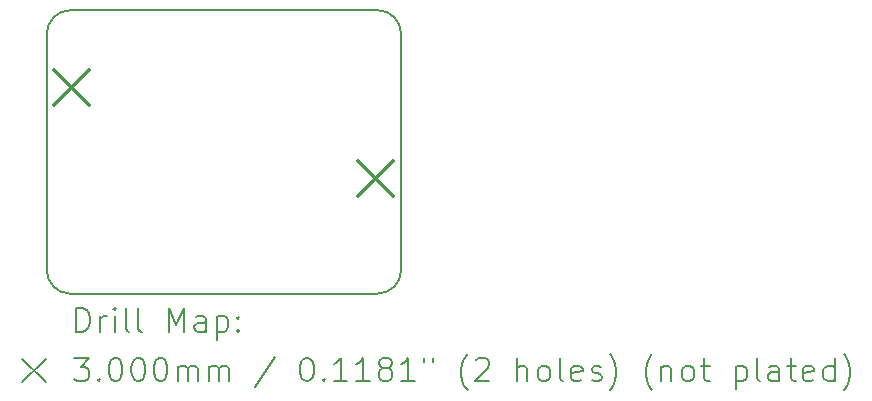
<source format=gbr>
%TF.GenerationSoftware,KiCad,Pcbnew,8.0.5*%
%TF.CreationDate,2025-07-23T12:06:55+02:00*%
%TF.ProjectId,LED_FADER,4c45445f-4641-4444-9552-2e6b69636164,rev?*%
%TF.SameCoordinates,Original*%
%TF.FileFunction,Drillmap*%
%TF.FilePolarity,Positive*%
%FSLAX45Y45*%
G04 Gerber Fmt 4.5, Leading zero omitted, Abs format (unit mm)*
G04 Created by KiCad (PCBNEW 8.0.5) date 2025-07-23 12:06:55*
%MOMM*%
%LPD*%
G01*
G04 APERTURE LIST*
%ADD10C,0.200000*%
%ADD11C,0.300000*%
G04 APERTURE END LIST*
D10*
X12470000Y-11761000D02*
G75*
G02*
X12270000Y-11561000I0J200000D01*
G01*
X15070000Y-11761000D02*
X12470000Y-11761000D01*
X15270000Y-11561000D02*
G75*
G02*
X15070000Y-11761000I-200000J0D01*
G01*
X12270000Y-11561000D02*
X12270000Y-9561000D01*
X12470000Y-9361000D02*
X15070000Y-9361000D01*
X12270000Y-9561000D02*
G75*
G02*
X12470000Y-9361000I200000J0D01*
G01*
X15070000Y-9361000D02*
G75*
G02*
X15270000Y-9561000I0J-200000D01*
G01*
X15270000Y-9561000D02*
X15270000Y-11561000D01*
D11*
X12330000Y-9867000D02*
X12630000Y-10167000D01*
X12630000Y-9867000D02*
X12330000Y-10167000D01*
X14905000Y-10634000D02*
X15205000Y-10934000D01*
X15205000Y-10634000D02*
X14905000Y-10934000D01*
D10*
X12520777Y-12082484D02*
X12520777Y-11882484D01*
X12520777Y-11882484D02*
X12568396Y-11882484D01*
X12568396Y-11882484D02*
X12596967Y-11892008D01*
X12596967Y-11892008D02*
X12616015Y-11911055D01*
X12616015Y-11911055D02*
X12625539Y-11930103D01*
X12625539Y-11930103D02*
X12635062Y-11968198D01*
X12635062Y-11968198D02*
X12635062Y-11996769D01*
X12635062Y-11996769D02*
X12625539Y-12034865D01*
X12625539Y-12034865D02*
X12616015Y-12053912D01*
X12616015Y-12053912D02*
X12596967Y-12072960D01*
X12596967Y-12072960D02*
X12568396Y-12082484D01*
X12568396Y-12082484D02*
X12520777Y-12082484D01*
X12720777Y-12082484D02*
X12720777Y-11949150D01*
X12720777Y-11987246D02*
X12730301Y-11968198D01*
X12730301Y-11968198D02*
X12739824Y-11958674D01*
X12739824Y-11958674D02*
X12758872Y-11949150D01*
X12758872Y-11949150D02*
X12777920Y-11949150D01*
X12844586Y-12082484D02*
X12844586Y-11949150D01*
X12844586Y-11882484D02*
X12835062Y-11892008D01*
X12835062Y-11892008D02*
X12844586Y-11901531D01*
X12844586Y-11901531D02*
X12854110Y-11892008D01*
X12854110Y-11892008D02*
X12844586Y-11882484D01*
X12844586Y-11882484D02*
X12844586Y-11901531D01*
X12968396Y-12082484D02*
X12949348Y-12072960D01*
X12949348Y-12072960D02*
X12939824Y-12053912D01*
X12939824Y-12053912D02*
X12939824Y-11882484D01*
X13073158Y-12082484D02*
X13054110Y-12072960D01*
X13054110Y-12072960D02*
X13044586Y-12053912D01*
X13044586Y-12053912D02*
X13044586Y-11882484D01*
X13301729Y-12082484D02*
X13301729Y-11882484D01*
X13301729Y-11882484D02*
X13368396Y-12025341D01*
X13368396Y-12025341D02*
X13435062Y-11882484D01*
X13435062Y-11882484D02*
X13435062Y-12082484D01*
X13616015Y-12082484D02*
X13616015Y-11977722D01*
X13616015Y-11977722D02*
X13606491Y-11958674D01*
X13606491Y-11958674D02*
X13587443Y-11949150D01*
X13587443Y-11949150D02*
X13549348Y-11949150D01*
X13549348Y-11949150D02*
X13530301Y-11958674D01*
X13616015Y-12072960D02*
X13596967Y-12082484D01*
X13596967Y-12082484D02*
X13549348Y-12082484D01*
X13549348Y-12082484D02*
X13530301Y-12072960D01*
X13530301Y-12072960D02*
X13520777Y-12053912D01*
X13520777Y-12053912D02*
X13520777Y-12034865D01*
X13520777Y-12034865D02*
X13530301Y-12015817D01*
X13530301Y-12015817D02*
X13549348Y-12006293D01*
X13549348Y-12006293D02*
X13596967Y-12006293D01*
X13596967Y-12006293D02*
X13616015Y-11996769D01*
X13711253Y-11949150D02*
X13711253Y-12149150D01*
X13711253Y-11958674D02*
X13730301Y-11949150D01*
X13730301Y-11949150D02*
X13768396Y-11949150D01*
X13768396Y-11949150D02*
X13787443Y-11958674D01*
X13787443Y-11958674D02*
X13796967Y-11968198D01*
X13796967Y-11968198D02*
X13806491Y-11987246D01*
X13806491Y-11987246D02*
X13806491Y-12044388D01*
X13806491Y-12044388D02*
X13796967Y-12063436D01*
X13796967Y-12063436D02*
X13787443Y-12072960D01*
X13787443Y-12072960D02*
X13768396Y-12082484D01*
X13768396Y-12082484D02*
X13730301Y-12082484D01*
X13730301Y-12082484D02*
X13711253Y-12072960D01*
X13892205Y-12063436D02*
X13901729Y-12072960D01*
X13901729Y-12072960D02*
X13892205Y-12082484D01*
X13892205Y-12082484D02*
X13882682Y-12072960D01*
X13882682Y-12072960D02*
X13892205Y-12063436D01*
X13892205Y-12063436D02*
X13892205Y-12082484D01*
X13892205Y-11958674D02*
X13901729Y-11968198D01*
X13901729Y-11968198D02*
X13892205Y-11977722D01*
X13892205Y-11977722D02*
X13882682Y-11968198D01*
X13882682Y-11968198D02*
X13892205Y-11958674D01*
X13892205Y-11958674D02*
X13892205Y-11977722D01*
X12060000Y-12311000D02*
X12260000Y-12511000D01*
X12260000Y-12311000D02*
X12060000Y-12511000D01*
X12501729Y-12302484D02*
X12625539Y-12302484D01*
X12625539Y-12302484D02*
X12558872Y-12378674D01*
X12558872Y-12378674D02*
X12587443Y-12378674D01*
X12587443Y-12378674D02*
X12606491Y-12388198D01*
X12606491Y-12388198D02*
X12616015Y-12397722D01*
X12616015Y-12397722D02*
X12625539Y-12416769D01*
X12625539Y-12416769D02*
X12625539Y-12464388D01*
X12625539Y-12464388D02*
X12616015Y-12483436D01*
X12616015Y-12483436D02*
X12606491Y-12492960D01*
X12606491Y-12492960D02*
X12587443Y-12502484D01*
X12587443Y-12502484D02*
X12530301Y-12502484D01*
X12530301Y-12502484D02*
X12511253Y-12492960D01*
X12511253Y-12492960D02*
X12501729Y-12483436D01*
X12711253Y-12483436D02*
X12720777Y-12492960D01*
X12720777Y-12492960D02*
X12711253Y-12502484D01*
X12711253Y-12502484D02*
X12701729Y-12492960D01*
X12701729Y-12492960D02*
X12711253Y-12483436D01*
X12711253Y-12483436D02*
X12711253Y-12502484D01*
X12844586Y-12302484D02*
X12863634Y-12302484D01*
X12863634Y-12302484D02*
X12882682Y-12312008D01*
X12882682Y-12312008D02*
X12892205Y-12321531D01*
X12892205Y-12321531D02*
X12901729Y-12340579D01*
X12901729Y-12340579D02*
X12911253Y-12378674D01*
X12911253Y-12378674D02*
X12911253Y-12426293D01*
X12911253Y-12426293D02*
X12901729Y-12464388D01*
X12901729Y-12464388D02*
X12892205Y-12483436D01*
X12892205Y-12483436D02*
X12882682Y-12492960D01*
X12882682Y-12492960D02*
X12863634Y-12502484D01*
X12863634Y-12502484D02*
X12844586Y-12502484D01*
X12844586Y-12502484D02*
X12825539Y-12492960D01*
X12825539Y-12492960D02*
X12816015Y-12483436D01*
X12816015Y-12483436D02*
X12806491Y-12464388D01*
X12806491Y-12464388D02*
X12796967Y-12426293D01*
X12796967Y-12426293D02*
X12796967Y-12378674D01*
X12796967Y-12378674D02*
X12806491Y-12340579D01*
X12806491Y-12340579D02*
X12816015Y-12321531D01*
X12816015Y-12321531D02*
X12825539Y-12312008D01*
X12825539Y-12312008D02*
X12844586Y-12302484D01*
X13035062Y-12302484D02*
X13054110Y-12302484D01*
X13054110Y-12302484D02*
X13073158Y-12312008D01*
X13073158Y-12312008D02*
X13082682Y-12321531D01*
X13082682Y-12321531D02*
X13092205Y-12340579D01*
X13092205Y-12340579D02*
X13101729Y-12378674D01*
X13101729Y-12378674D02*
X13101729Y-12426293D01*
X13101729Y-12426293D02*
X13092205Y-12464388D01*
X13092205Y-12464388D02*
X13082682Y-12483436D01*
X13082682Y-12483436D02*
X13073158Y-12492960D01*
X13073158Y-12492960D02*
X13054110Y-12502484D01*
X13054110Y-12502484D02*
X13035062Y-12502484D01*
X13035062Y-12502484D02*
X13016015Y-12492960D01*
X13016015Y-12492960D02*
X13006491Y-12483436D01*
X13006491Y-12483436D02*
X12996967Y-12464388D01*
X12996967Y-12464388D02*
X12987443Y-12426293D01*
X12987443Y-12426293D02*
X12987443Y-12378674D01*
X12987443Y-12378674D02*
X12996967Y-12340579D01*
X12996967Y-12340579D02*
X13006491Y-12321531D01*
X13006491Y-12321531D02*
X13016015Y-12312008D01*
X13016015Y-12312008D02*
X13035062Y-12302484D01*
X13225539Y-12302484D02*
X13244586Y-12302484D01*
X13244586Y-12302484D02*
X13263634Y-12312008D01*
X13263634Y-12312008D02*
X13273158Y-12321531D01*
X13273158Y-12321531D02*
X13282682Y-12340579D01*
X13282682Y-12340579D02*
X13292205Y-12378674D01*
X13292205Y-12378674D02*
X13292205Y-12426293D01*
X13292205Y-12426293D02*
X13282682Y-12464388D01*
X13282682Y-12464388D02*
X13273158Y-12483436D01*
X13273158Y-12483436D02*
X13263634Y-12492960D01*
X13263634Y-12492960D02*
X13244586Y-12502484D01*
X13244586Y-12502484D02*
X13225539Y-12502484D01*
X13225539Y-12502484D02*
X13206491Y-12492960D01*
X13206491Y-12492960D02*
X13196967Y-12483436D01*
X13196967Y-12483436D02*
X13187443Y-12464388D01*
X13187443Y-12464388D02*
X13177920Y-12426293D01*
X13177920Y-12426293D02*
X13177920Y-12378674D01*
X13177920Y-12378674D02*
X13187443Y-12340579D01*
X13187443Y-12340579D02*
X13196967Y-12321531D01*
X13196967Y-12321531D02*
X13206491Y-12312008D01*
X13206491Y-12312008D02*
X13225539Y-12302484D01*
X13377920Y-12502484D02*
X13377920Y-12369150D01*
X13377920Y-12388198D02*
X13387443Y-12378674D01*
X13387443Y-12378674D02*
X13406491Y-12369150D01*
X13406491Y-12369150D02*
X13435063Y-12369150D01*
X13435063Y-12369150D02*
X13454110Y-12378674D01*
X13454110Y-12378674D02*
X13463634Y-12397722D01*
X13463634Y-12397722D02*
X13463634Y-12502484D01*
X13463634Y-12397722D02*
X13473158Y-12378674D01*
X13473158Y-12378674D02*
X13492205Y-12369150D01*
X13492205Y-12369150D02*
X13520777Y-12369150D01*
X13520777Y-12369150D02*
X13539824Y-12378674D01*
X13539824Y-12378674D02*
X13549348Y-12397722D01*
X13549348Y-12397722D02*
X13549348Y-12502484D01*
X13644586Y-12502484D02*
X13644586Y-12369150D01*
X13644586Y-12388198D02*
X13654110Y-12378674D01*
X13654110Y-12378674D02*
X13673158Y-12369150D01*
X13673158Y-12369150D02*
X13701729Y-12369150D01*
X13701729Y-12369150D02*
X13720777Y-12378674D01*
X13720777Y-12378674D02*
X13730301Y-12397722D01*
X13730301Y-12397722D02*
X13730301Y-12502484D01*
X13730301Y-12397722D02*
X13739824Y-12378674D01*
X13739824Y-12378674D02*
X13758872Y-12369150D01*
X13758872Y-12369150D02*
X13787443Y-12369150D01*
X13787443Y-12369150D02*
X13806491Y-12378674D01*
X13806491Y-12378674D02*
X13816015Y-12397722D01*
X13816015Y-12397722D02*
X13816015Y-12502484D01*
X14206491Y-12292960D02*
X14035063Y-12550103D01*
X14463634Y-12302484D02*
X14482682Y-12302484D01*
X14482682Y-12302484D02*
X14501729Y-12312008D01*
X14501729Y-12312008D02*
X14511253Y-12321531D01*
X14511253Y-12321531D02*
X14520777Y-12340579D01*
X14520777Y-12340579D02*
X14530301Y-12378674D01*
X14530301Y-12378674D02*
X14530301Y-12426293D01*
X14530301Y-12426293D02*
X14520777Y-12464388D01*
X14520777Y-12464388D02*
X14511253Y-12483436D01*
X14511253Y-12483436D02*
X14501729Y-12492960D01*
X14501729Y-12492960D02*
X14482682Y-12502484D01*
X14482682Y-12502484D02*
X14463634Y-12502484D01*
X14463634Y-12502484D02*
X14444586Y-12492960D01*
X14444586Y-12492960D02*
X14435063Y-12483436D01*
X14435063Y-12483436D02*
X14425539Y-12464388D01*
X14425539Y-12464388D02*
X14416015Y-12426293D01*
X14416015Y-12426293D02*
X14416015Y-12378674D01*
X14416015Y-12378674D02*
X14425539Y-12340579D01*
X14425539Y-12340579D02*
X14435063Y-12321531D01*
X14435063Y-12321531D02*
X14444586Y-12312008D01*
X14444586Y-12312008D02*
X14463634Y-12302484D01*
X14616015Y-12483436D02*
X14625539Y-12492960D01*
X14625539Y-12492960D02*
X14616015Y-12502484D01*
X14616015Y-12502484D02*
X14606491Y-12492960D01*
X14606491Y-12492960D02*
X14616015Y-12483436D01*
X14616015Y-12483436D02*
X14616015Y-12502484D01*
X14816015Y-12502484D02*
X14701729Y-12502484D01*
X14758872Y-12502484D02*
X14758872Y-12302484D01*
X14758872Y-12302484D02*
X14739825Y-12331055D01*
X14739825Y-12331055D02*
X14720777Y-12350103D01*
X14720777Y-12350103D02*
X14701729Y-12359627D01*
X15006491Y-12502484D02*
X14892206Y-12502484D01*
X14949348Y-12502484D02*
X14949348Y-12302484D01*
X14949348Y-12302484D02*
X14930301Y-12331055D01*
X14930301Y-12331055D02*
X14911253Y-12350103D01*
X14911253Y-12350103D02*
X14892206Y-12359627D01*
X15120777Y-12388198D02*
X15101729Y-12378674D01*
X15101729Y-12378674D02*
X15092206Y-12369150D01*
X15092206Y-12369150D02*
X15082682Y-12350103D01*
X15082682Y-12350103D02*
X15082682Y-12340579D01*
X15082682Y-12340579D02*
X15092206Y-12321531D01*
X15092206Y-12321531D02*
X15101729Y-12312008D01*
X15101729Y-12312008D02*
X15120777Y-12302484D01*
X15120777Y-12302484D02*
X15158872Y-12302484D01*
X15158872Y-12302484D02*
X15177920Y-12312008D01*
X15177920Y-12312008D02*
X15187444Y-12321531D01*
X15187444Y-12321531D02*
X15196967Y-12340579D01*
X15196967Y-12340579D02*
X15196967Y-12350103D01*
X15196967Y-12350103D02*
X15187444Y-12369150D01*
X15187444Y-12369150D02*
X15177920Y-12378674D01*
X15177920Y-12378674D02*
X15158872Y-12388198D01*
X15158872Y-12388198D02*
X15120777Y-12388198D01*
X15120777Y-12388198D02*
X15101729Y-12397722D01*
X15101729Y-12397722D02*
X15092206Y-12407246D01*
X15092206Y-12407246D02*
X15082682Y-12426293D01*
X15082682Y-12426293D02*
X15082682Y-12464388D01*
X15082682Y-12464388D02*
X15092206Y-12483436D01*
X15092206Y-12483436D02*
X15101729Y-12492960D01*
X15101729Y-12492960D02*
X15120777Y-12502484D01*
X15120777Y-12502484D02*
X15158872Y-12502484D01*
X15158872Y-12502484D02*
X15177920Y-12492960D01*
X15177920Y-12492960D02*
X15187444Y-12483436D01*
X15187444Y-12483436D02*
X15196967Y-12464388D01*
X15196967Y-12464388D02*
X15196967Y-12426293D01*
X15196967Y-12426293D02*
X15187444Y-12407246D01*
X15187444Y-12407246D02*
X15177920Y-12397722D01*
X15177920Y-12397722D02*
X15158872Y-12388198D01*
X15387444Y-12502484D02*
X15273158Y-12502484D01*
X15330301Y-12502484D02*
X15330301Y-12302484D01*
X15330301Y-12302484D02*
X15311253Y-12331055D01*
X15311253Y-12331055D02*
X15292206Y-12350103D01*
X15292206Y-12350103D02*
X15273158Y-12359627D01*
X15463634Y-12302484D02*
X15463634Y-12340579D01*
X15539825Y-12302484D02*
X15539825Y-12340579D01*
X15835063Y-12578674D02*
X15825539Y-12569150D01*
X15825539Y-12569150D02*
X15806491Y-12540579D01*
X15806491Y-12540579D02*
X15796968Y-12521531D01*
X15796968Y-12521531D02*
X15787444Y-12492960D01*
X15787444Y-12492960D02*
X15777920Y-12445341D01*
X15777920Y-12445341D02*
X15777920Y-12407246D01*
X15777920Y-12407246D02*
X15787444Y-12359627D01*
X15787444Y-12359627D02*
X15796968Y-12331055D01*
X15796968Y-12331055D02*
X15806491Y-12312008D01*
X15806491Y-12312008D02*
X15825539Y-12283436D01*
X15825539Y-12283436D02*
X15835063Y-12273912D01*
X15901729Y-12321531D02*
X15911253Y-12312008D01*
X15911253Y-12312008D02*
X15930301Y-12302484D01*
X15930301Y-12302484D02*
X15977920Y-12302484D01*
X15977920Y-12302484D02*
X15996968Y-12312008D01*
X15996968Y-12312008D02*
X16006491Y-12321531D01*
X16006491Y-12321531D02*
X16016015Y-12340579D01*
X16016015Y-12340579D02*
X16016015Y-12359627D01*
X16016015Y-12359627D02*
X16006491Y-12388198D01*
X16006491Y-12388198D02*
X15892206Y-12502484D01*
X15892206Y-12502484D02*
X16016015Y-12502484D01*
X16254110Y-12502484D02*
X16254110Y-12302484D01*
X16339825Y-12502484D02*
X16339825Y-12397722D01*
X16339825Y-12397722D02*
X16330301Y-12378674D01*
X16330301Y-12378674D02*
X16311253Y-12369150D01*
X16311253Y-12369150D02*
X16282682Y-12369150D01*
X16282682Y-12369150D02*
X16263634Y-12378674D01*
X16263634Y-12378674D02*
X16254110Y-12388198D01*
X16463634Y-12502484D02*
X16444587Y-12492960D01*
X16444587Y-12492960D02*
X16435063Y-12483436D01*
X16435063Y-12483436D02*
X16425539Y-12464388D01*
X16425539Y-12464388D02*
X16425539Y-12407246D01*
X16425539Y-12407246D02*
X16435063Y-12388198D01*
X16435063Y-12388198D02*
X16444587Y-12378674D01*
X16444587Y-12378674D02*
X16463634Y-12369150D01*
X16463634Y-12369150D02*
X16492206Y-12369150D01*
X16492206Y-12369150D02*
X16511253Y-12378674D01*
X16511253Y-12378674D02*
X16520777Y-12388198D01*
X16520777Y-12388198D02*
X16530301Y-12407246D01*
X16530301Y-12407246D02*
X16530301Y-12464388D01*
X16530301Y-12464388D02*
X16520777Y-12483436D01*
X16520777Y-12483436D02*
X16511253Y-12492960D01*
X16511253Y-12492960D02*
X16492206Y-12502484D01*
X16492206Y-12502484D02*
X16463634Y-12502484D01*
X16644587Y-12502484D02*
X16625539Y-12492960D01*
X16625539Y-12492960D02*
X16616015Y-12473912D01*
X16616015Y-12473912D02*
X16616015Y-12302484D01*
X16796968Y-12492960D02*
X16777920Y-12502484D01*
X16777920Y-12502484D02*
X16739825Y-12502484D01*
X16739825Y-12502484D02*
X16720777Y-12492960D01*
X16720777Y-12492960D02*
X16711253Y-12473912D01*
X16711253Y-12473912D02*
X16711253Y-12397722D01*
X16711253Y-12397722D02*
X16720777Y-12378674D01*
X16720777Y-12378674D02*
X16739825Y-12369150D01*
X16739825Y-12369150D02*
X16777920Y-12369150D01*
X16777920Y-12369150D02*
X16796968Y-12378674D01*
X16796968Y-12378674D02*
X16806492Y-12397722D01*
X16806492Y-12397722D02*
X16806492Y-12416769D01*
X16806492Y-12416769D02*
X16711253Y-12435817D01*
X16882682Y-12492960D02*
X16901730Y-12502484D01*
X16901730Y-12502484D02*
X16939825Y-12502484D01*
X16939825Y-12502484D02*
X16958873Y-12492960D01*
X16958873Y-12492960D02*
X16968396Y-12473912D01*
X16968396Y-12473912D02*
X16968396Y-12464388D01*
X16968396Y-12464388D02*
X16958873Y-12445341D01*
X16958873Y-12445341D02*
X16939825Y-12435817D01*
X16939825Y-12435817D02*
X16911253Y-12435817D01*
X16911253Y-12435817D02*
X16892206Y-12426293D01*
X16892206Y-12426293D02*
X16882682Y-12407246D01*
X16882682Y-12407246D02*
X16882682Y-12397722D01*
X16882682Y-12397722D02*
X16892206Y-12378674D01*
X16892206Y-12378674D02*
X16911253Y-12369150D01*
X16911253Y-12369150D02*
X16939825Y-12369150D01*
X16939825Y-12369150D02*
X16958873Y-12378674D01*
X17035063Y-12578674D02*
X17044587Y-12569150D01*
X17044587Y-12569150D02*
X17063634Y-12540579D01*
X17063634Y-12540579D02*
X17073158Y-12521531D01*
X17073158Y-12521531D02*
X17082682Y-12492960D01*
X17082682Y-12492960D02*
X17092206Y-12445341D01*
X17092206Y-12445341D02*
X17092206Y-12407246D01*
X17092206Y-12407246D02*
X17082682Y-12359627D01*
X17082682Y-12359627D02*
X17073158Y-12331055D01*
X17073158Y-12331055D02*
X17063634Y-12312008D01*
X17063634Y-12312008D02*
X17044587Y-12283436D01*
X17044587Y-12283436D02*
X17035063Y-12273912D01*
X17396968Y-12578674D02*
X17387444Y-12569150D01*
X17387444Y-12569150D02*
X17368396Y-12540579D01*
X17368396Y-12540579D02*
X17358873Y-12521531D01*
X17358873Y-12521531D02*
X17349349Y-12492960D01*
X17349349Y-12492960D02*
X17339825Y-12445341D01*
X17339825Y-12445341D02*
X17339825Y-12407246D01*
X17339825Y-12407246D02*
X17349349Y-12359627D01*
X17349349Y-12359627D02*
X17358873Y-12331055D01*
X17358873Y-12331055D02*
X17368396Y-12312008D01*
X17368396Y-12312008D02*
X17387444Y-12283436D01*
X17387444Y-12283436D02*
X17396968Y-12273912D01*
X17473158Y-12369150D02*
X17473158Y-12502484D01*
X17473158Y-12388198D02*
X17482682Y-12378674D01*
X17482682Y-12378674D02*
X17501730Y-12369150D01*
X17501730Y-12369150D02*
X17530301Y-12369150D01*
X17530301Y-12369150D02*
X17549349Y-12378674D01*
X17549349Y-12378674D02*
X17558873Y-12397722D01*
X17558873Y-12397722D02*
X17558873Y-12502484D01*
X17682682Y-12502484D02*
X17663634Y-12492960D01*
X17663634Y-12492960D02*
X17654111Y-12483436D01*
X17654111Y-12483436D02*
X17644587Y-12464388D01*
X17644587Y-12464388D02*
X17644587Y-12407246D01*
X17644587Y-12407246D02*
X17654111Y-12388198D01*
X17654111Y-12388198D02*
X17663634Y-12378674D01*
X17663634Y-12378674D02*
X17682682Y-12369150D01*
X17682682Y-12369150D02*
X17711254Y-12369150D01*
X17711254Y-12369150D02*
X17730301Y-12378674D01*
X17730301Y-12378674D02*
X17739825Y-12388198D01*
X17739825Y-12388198D02*
X17749349Y-12407246D01*
X17749349Y-12407246D02*
X17749349Y-12464388D01*
X17749349Y-12464388D02*
X17739825Y-12483436D01*
X17739825Y-12483436D02*
X17730301Y-12492960D01*
X17730301Y-12492960D02*
X17711254Y-12502484D01*
X17711254Y-12502484D02*
X17682682Y-12502484D01*
X17806492Y-12369150D02*
X17882682Y-12369150D01*
X17835063Y-12302484D02*
X17835063Y-12473912D01*
X17835063Y-12473912D02*
X17844587Y-12492960D01*
X17844587Y-12492960D02*
X17863634Y-12502484D01*
X17863634Y-12502484D02*
X17882682Y-12502484D01*
X18101730Y-12369150D02*
X18101730Y-12569150D01*
X18101730Y-12378674D02*
X18120777Y-12369150D01*
X18120777Y-12369150D02*
X18158873Y-12369150D01*
X18158873Y-12369150D02*
X18177920Y-12378674D01*
X18177920Y-12378674D02*
X18187444Y-12388198D01*
X18187444Y-12388198D02*
X18196968Y-12407246D01*
X18196968Y-12407246D02*
X18196968Y-12464388D01*
X18196968Y-12464388D02*
X18187444Y-12483436D01*
X18187444Y-12483436D02*
X18177920Y-12492960D01*
X18177920Y-12492960D02*
X18158873Y-12502484D01*
X18158873Y-12502484D02*
X18120777Y-12502484D01*
X18120777Y-12502484D02*
X18101730Y-12492960D01*
X18311254Y-12502484D02*
X18292206Y-12492960D01*
X18292206Y-12492960D02*
X18282682Y-12473912D01*
X18282682Y-12473912D02*
X18282682Y-12302484D01*
X18473158Y-12502484D02*
X18473158Y-12397722D01*
X18473158Y-12397722D02*
X18463635Y-12378674D01*
X18463635Y-12378674D02*
X18444587Y-12369150D01*
X18444587Y-12369150D02*
X18406492Y-12369150D01*
X18406492Y-12369150D02*
X18387444Y-12378674D01*
X18473158Y-12492960D02*
X18454111Y-12502484D01*
X18454111Y-12502484D02*
X18406492Y-12502484D01*
X18406492Y-12502484D02*
X18387444Y-12492960D01*
X18387444Y-12492960D02*
X18377920Y-12473912D01*
X18377920Y-12473912D02*
X18377920Y-12454865D01*
X18377920Y-12454865D02*
X18387444Y-12435817D01*
X18387444Y-12435817D02*
X18406492Y-12426293D01*
X18406492Y-12426293D02*
X18454111Y-12426293D01*
X18454111Y-12426293D02*
X18473158Y-12416769D01*
X18539825Y-12369150D02*
X18616015Y-12369150D01*
X18568396Y-12302484D02*
X18568396Y-12473912D01*
X18568396Y-12473912D02*
X18577920Y-12492960D01*
X18577920Y-12492960D02*
X18596968Y-12502484D01*
X18596968Y-12502484D02*
X18616015Y-12502484D01*
X18758873Y-12492960D02*
X18739825Y-12502484D01*
X18739825Y-12502484D02*
X18701730Y-12502484D01*
X18701730Y-12502484D02*
X18682682Y-12492960D01*
X18682682Y-12492960D02*
X18673158Y-12473912D01*
X18673158Y-12473912D02*
X18673158Y-12397722D01*
X18673158Y-12397722D02*
X18682682Y-12378674D01*
X18682682Y-12378674D02*
X18701730Y-12369150D01*
X18701730Y-12369150D02*
X18739825Y-12369150D01*
X18739825Y-12369150D02*
X18758873Y-12378674D01*
X18758873Y-12378674D02*
X18768396Y-12397722D01*
X18768396Y-12397722D02*
X18768396Y-12416769D01*
X18768396Y-12416769D02*
X18673158Y-12435817D01*
X18939825Y-12502484D02*
X18939825Y-12302484D01*
X18939825Y-12492960D02*
X18920777Y-12502484D01*
X18920777Y-12502484D02*
X18882682Y-12502484D01*
X18882682Y-12502484D02*
X18863635Y-12492960D01*
X18863635Y-12492960D02*
X18854111Y-12483436D01*
X18854111Y-12483436D02*
X18844587Y-12464388D01*
X18844587Y-12464388D02*
X18844587Y-12407246D01*
X18844587Y-12407246D02*
X18854111Y-12388198D01*
X18854111Y-12388198D02*
X18863635Y-12378674D01*
X18863635Y-12378674D02*
X18882682Y-12369150D01*
X18882682Y-12369150D02*
X18920777Y-12369150D01*
X18920777Y-12369150D02*
X18939825Y-12378674D01*
X19016016Y-12578674D02*
X19025539Y-12569150D01*
X19025539Y-12569150D02*
X19044587Y-12540579D01*
X19044587Y-12540579D02*
X19054111Y-12521531D01*
X19054111Y-12521531D02*
X19063635Y-12492960D01*
X19063635Y-12492960D02*
X19073158Y-12445341D01*
X19073158Y-12445341D02*
X19073158Y-12407246D01*
X19073158Y-12407246D02*
X19063635Y-12359627D01*
X19063635Y-12359627D02*
X19054111Y-12331055D01*
X19054111Y-12331055D02*
X19044587Y-12312008D01*
X19044587Y-12312008D02*
X19025539Y-12283436D01*
X19025539Y-12283436D02*
X19016016Y-12273912D01*
M02*

</source>
